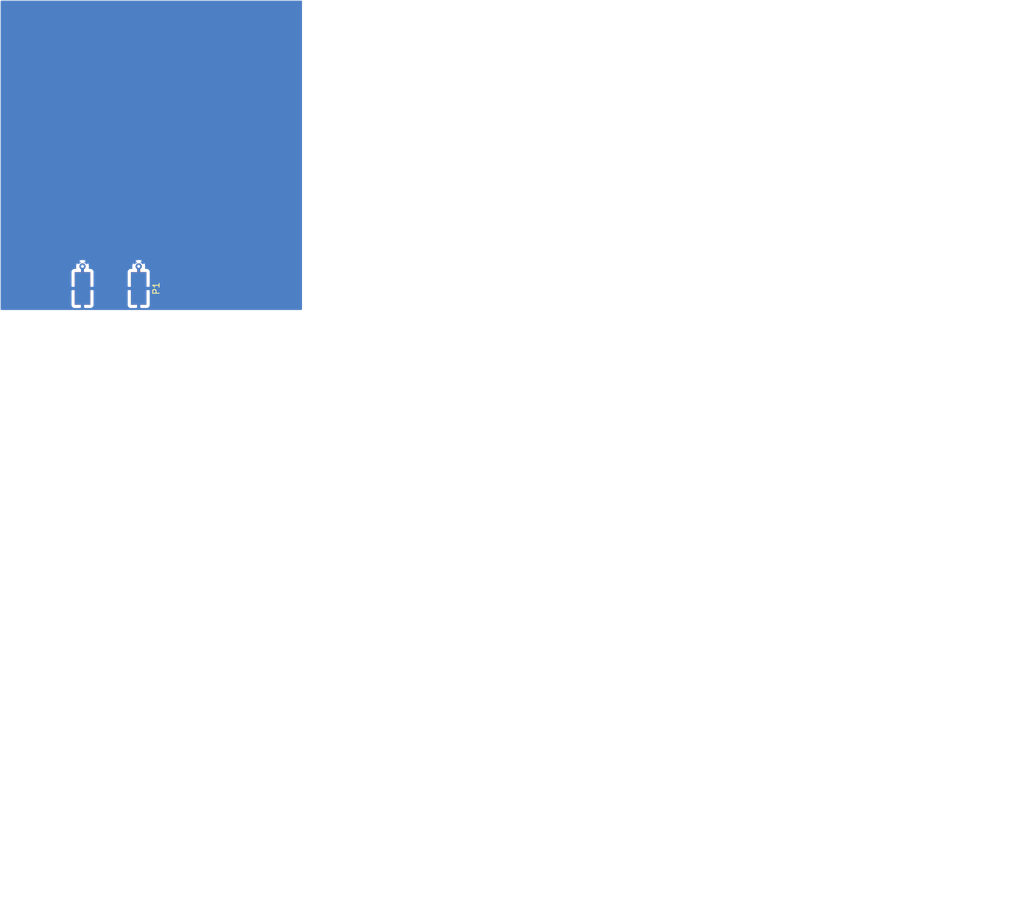
<source format=kicad_pcb>
(kicad_pcb (version 4) (host pcbnew 4.0.5)

  (general
    (links 9)
    (no_connects 4)
    (area 112.929999 52.604999 272.295714 194.39)
    (thickness 1.5748)
    (drawings 7)
    (tracks 0)
    (zones 0)
    (modules 1)
    (nets 3)
  )

  (page A4)
  (layers
    (0 F.Cu signal)
    (31 B.Cu signal)
    (32 B.Adhes user)
    (33 F.Adhes user)
    (34 B.Paste user)
    (35 F.Paste user)
    (36 B.SilkS user)
    (37 F.SilkS user)
    (38 B.Mask user)
    (39 F.Mask user)
    (40 Dwgs.User user)
    (41 Cmts.User user)
    (42 Eco1.User user hide)
    (43 Eco2.User user hide)
    (44 Edge.Cuts user)
    (45 Margin user)
    (46 B.CrtYd user)
    (47 F.CrtYd user)
    (48 B.Fab user)
    (49 F.Fab user)
  )

  (setup
    (last_trace_width 0.127)
    (trace_clearance 0.254)
    (zone_clearance 0.508)
    (zone_45_only yes)
    (trace_min 0.127)
    (segment_width 0.2)
    (edge_width 0.15)
    (via_size 0.3556)
    (via_drill 0.254)
    (via_min_size 0.254)
    (via_min_drill 0.254)
    (uvia_size 0.2032)
    (uvia_drill 0.1524)
    (uvias_allowed no)
    (uvia_min_size 0.2032)
    (uvia_min_drill 0.1524)
    (pcb_text_width 0.3)
    (pcb_text_size 1.5 1.5)
    (mod_edge_width 0.15)
    (mod_text_size 1 1)
    (mod_text_width 0.15)
    (pad_size 1.524 1.524)
    (pad_drill 0.762)
    (pad_to_mask_clearance 0.2)
    (aux_axis_origin 113.03 100.965)
    (grid_origin 125.73 94.615)
    (visible_elements 7FFFFFFF)
    (pcbplotparams
      (layerselection 0x030f0_80000001)
      (usegerberextensions false)
      (excludeedgelayer true)
      (linewidth 0.100000)
      (plotframeref false)
      (viasonmask false)
      (mode 1)
      (useauxorigin false)
      (hpglpennumber 1)
      (hpglpenspeed 20)
      (hpglpendiameter 15)
      (hpglpenoverlay 2)
      (psnegative false)
      (psa4output false)
      (plotreference true)
      (plotvalue true)
      (plotinvisibletext false)
      (padsonsilk false)
      (subtractmaskfromsilk false)
      (outputformat 1)
      (mirror false)
      (drillshape 0)
      (scaleselection 1)
      (outputdirectory ""))
  )

  (net 0 "")
  (net 1 /SIG)
  (net 2 GND)

  (net_class Default "This is the default net class."
    (clearance 0.254)
    (trace_width 0.127)
    (via_dia 0.3556)
    (via_drill 0.254)
    (uvia_dia 0.2032)
    (uvia_drill 0.1524)
    (add_net /SIG)
    (add_net GND)
  )

  (module Connectors_Molex:Molex_SMA_Jack_Edge_Mount (layer F.Cu) (tedit 587D2992) (tstamp 58A4CA49)
    (at 130.175 95.885 90)
    (descr "Molex SMA Jack, Edge Mount, http://www.molex.com/pdm_docs/sd/732511150_sd.pdf")
    (tags "sma edge")
    (path /58A4C75B)
    (attr smd)
    (fp_text reference P1 (at -1.72 7.11 90) (layer F.SilkS)
      (effects (font (size 1 1) (thickness 0.15)))
    )
    (fp_text value CONN_01X02 (at -1.72 -7.11 90) (layer F.Fab)
      (effects (font (size 1 1) (thickness 0.15)))
    )
    (fp_line (start -4.76 -0.38) (end 0.49 -0.38) (layer F.Fab) (width 0.1))
    (fp_line (start -4.76 0.38) (end 0.49 0.38) (layer F.Fab) (width 0.1))
    (fp_line (start 0.49 -0.38) (end 0.49 0.38) (layer F.Fab) (width 0.1))
    (fp_line (start 0.49 3.75) (end 0.49 4.76) (layer F.Fab) (width 0.1))
    (fp_line (start 0.49 -4.76) (end 0.49 -3.75) (layer F.Fab) (width 0.1))
    (fp_line (start -14.29 -6.09) (end -14.29 6.09) (layer F.CrtYd) (width 0.05))
    (fp_line (start -14.29 6.09) (end 2.71 6.09) (layer F.CrtYd) (width 0.05))
    (fp_line (start 2.71 -6.09) (end 2.71 6.09) (layer B.CrtYd) (width 0.05))
    (fp_line (start -14.29 -6.09) (end 2.71 -6.09) (layer B.CrtYd) (width 0.05))
    (fp_line (start -14.29 -6.09) (end -14.29 6.09) (layer B.CrtYd) (width 0.05))
    (fp_line (start -14.29 6.09) (end 2.71 6.09) (layer B.CrtYd) (width 0.05))
    (fp_line (start 2.71 -6.09) (end 2.71 6.09) (layer F.CrtYd) (width 0.05))
    (fp_line (start 2.71 -6.09) (end -14.29 -6.09) (layer F.CrtYd) (width 0.05))
    (fp_line (start -4.76 -3.75) (end 0.49 -3.75) (layer F.Fab) (width 0.1))
    (fp_line (start -4.76 3.75) (end 0.49 3.75) (layer F.Fab) (width 0.1))
    (fp_line (start -13.79 -2.65) (end -5.91 -2.65) (layer F.Fab) (width 0.1))
    (fp_line (start -13.79 -2.65) (end -13.79 2.65) (layer F.Fab) (width 0.1))
    (fp_line (start -13.79 2.65) (end -5.91 2.65) (layer F.Fab) (width 0.1))
    (fp_line (start -4.76 -3.75) (end -4.76 3.75) (layer F.Fab) (width 0.1))
    (fp_line (start 0.49 -4.76) (end -5.91 -4.76) (layer F.Fab) (width 0.1))
    (fp_line (start -5.91 -4.76) (end -5.91 4.76) (layer F.Fab) (width 0.1))
    (fp_line (start -5.91 4.76) (end 0.49 4.76) (layer F.Fab) (width 0.1))
    (pad 1 smd rect (at -1.72 0 90) (size 5.08 2.29) (layers F.Cu F.Paste F.Mask)
      (net 1 /SIG))
    (pad 2 smd rect (at -1.72 -4.38 90) (size 5.08 2.42) (layers F.Cu F.Paste F.Mask)
      (net 2 GND))
    (pad 2 smd rect (at -1.72 4.38 90) (size 5.08 2.42) (layers F.Cu F.Paste F.Mask)
      (net 2 GND))
    (pad 2 smd rect (at -1.72 -4.38 90) (size 5.08 2.42) (layers B.Cu B.Paste B.Mask)
      (net 2 GND))
    (pad 2 smd rect (at -1.72 4.38 90) (size 5.08 2.42) (layers B.Cu B.Paste B.Mask)
      (net 2 GND))
    (pad 2 thru_hole circle (at 1.72 -4.38 90) (size 0.97 0.97) (drill 0.46) (layers *.Cu)
      (net 2 GND))
    (pad 2 thru_hole circle (at 1.72 4.38 90) (size 0.97 0.97) (drill 0.46) (layers *.Cu)
      (net 2 GND))
    (pad 2 smd rect (at 1.27 -4.38 90) (size 0.89 0.46) (layers F.Cu)
      (net 2 GND))
    (pad 2 smd rect (at 1.27 4.38 90) (size 0.89 0.46) (layers F.Cu)
      (net 2 GND))
    (pad 2 smd rect (at 1.27 -4.38 90) (size 0.89 0.46) (layers B.Cu)
      (net 2 GND))
    (pad 2 smd rect (at 1.27 4.38 90) (size 0.89 0.46) (layers B.Cu)
      (net 2 GND))
  )

  (gr_line (start 160.02 100.965) (end 113.03 100.965) (angle 90) (layer Margin) (width 0.2))
  (gr_line (start 160.02 52.705) (end 160.02 100.965) (angle 90) (layer Margin) (width 0.2))
  (gr_line (start 113.03 52.705) (end 160.02 52.705) (angle 90) (layer Margin) (width 0.2))
  (gr_line (start 113.03 100.965) (end 113.03 52.705) (angle 90) (layer Margin) (width 0.2))
  (gr_text "February 15, 2017" (at 217.17 193.04) (layer Cmts.User)
    (effects (font (size 1.5 1.5) (thickness 0.3)))
  )
  (gr_text 0.1 (at 270.51 193.04) (layer Cmts.User)
    (effects (font (size 1.5 1.5) (thickness 0.3)))
  )
  (gr_text "Patch Test Board" (at 196.215 189.23) (layer Cmts.User)
    (effects (font (size 1.5 1.5) (thickness 0.3)))
  )

  (zone (net 2) (net_name GND) (layer B.Cu) (tstamp 58A4D3ED) (hatch full 0.508)
    (connect_pads (clearance 0.508))
    (min_thickness 0.254)
    (fill yes (arc_segments 16) (thermal_gap 0.508) (thermal_bridge_width 0.508))
    (polygon
      (pts
        (xy 113.03 52.705) (xy 160.02 52.705) (xy 160.02 100.965) (xy 113.03 100.965)
      )
    )
    (filled_polygon
      (pts
        (xy 159.893 100.838) (xy 113.157 100.838) (xy 113.157 97.89075) (xy 123.95 97.89075) (xy 123.95 100.271309)
        (xy 124.046673 100.504698) (xy 124.225301 100.683327) (xy 124.45869 100.78) (xy 125.50925 100.78) (xy 125.668 100.62125)
        (xy 125.668 97.732) (xy 125.922 97.732) (xy 125.922 100.62125) (xy 126.08075 100.78) (xy 127.13131 100.78)
        (xy 127.364699 100.683327) (xy 127.543327 100.504698) (xy 127.64 100.271309) (xy 127.64 97.89075) (xy 132.71 97.89075)
        (xy 132.71 100.271309) (xy 132.806673 100.504698) (xy 132.985301 100.683327) (xy 133.21869 100.78) (xy 134.26925 100.78)
        (xy 134.428 100.62125) (xy 134.428 97.732) (xy 134.682 97.732) (xy 134.682 100.62125) (xy 134.84075 100.78)
        (xy 135.89131 100.78) (xy 136.124699 100.683327) (xy 136.303327 100.504698) (xy 136.4 100.271309) (xy 136.4 97.89075)
        (xy 136.24125 97.732) (xy 134.682 97.732) (xy 134.428 97.732) (xy 132.86875 97.732) (xy 132.71 97.89075)
        (xy 127.64 97.89075) (xy 127.48125 97.732) (xy 125.922 97.732) (xy 125.668 97.732) (xy 124.10875 97.732)
        (xy 123.95 97.89075) (xy 113.157 97.89075) (xy 113.157 94.938691) (xy 123.95 94.938691) (xy 123.95 97.31925)
        (xy 124.10875 97.478) (xy 125.668 97.478) (xy 125.668 97.458) (xy 125.922 97.458) (xy 125.922 97.478)
        (xy 127.48125 97.478) (xy 127.64 97.31925) (xy 127.64 94.938691) (xy 132.71 94.938691) (xy 132.71 97.31925)
        (xy 132.86875 97.478) (xy 134.428 97.478) (xy 134.428 97.458) (xy 134.682 97.458) (xy 134.682 97.478)
        (xy 136.24125 97.478) (xy 136.4 97.31925) (xy 136.4 94.938691) (xy 136.303327 94.705302) (xy 136.124699 94.526673)
        (xy 135.89131 94.43) (xy 135.647129 94.43) (xy 135.688149 94.306436) (xy 135.656018 93.862032) (xy 135.547768 93.600692)
        (xy 135.3342 93.565405) (xy 135.206315 93.69329) (xy 135.144699 93.631673) (xy 134.977838 93.562557) (xy 135.154595 93.3858)
        (xy 135.119308 93.172232) (xy 134.696436 93.031851) (xy 134.252032 93.063982) (xy 133.990692 93.172232) (xy 133.955405 93.3858)
        (xy 134.132162 93.562557) (xy 133.965301 93.631673) (xy 133.903685 93.69329) (xy 133.7758 93.565405) (xy 133.562232 93.600692)
        (xy 133.421851 94.023564) (xy 133.451237 94.43) (xy 133.21869 94.43) (xy 132.985301 94.526673) (xy 132.806673 94.705302)
        (xy 132.71 94.938691) (xy 127.64 94.938691) (xy 127.543327 94.705302) (xy 127.364699 94.526673) (xy 127.13131 94.43)
        (xy 126.887129 94.43) (xy 126.928149 94.306436) (xy 126.896018 93.862032) (xy 126.787768 93.600692) (xy 126.5742 93.565405)
        (xy 126.446315 93.69329) (xy 126.384699 93.631673) (xy 126.217838 93.562557) (xy 126.394595 93.3858) (xy 126.359308 93.172232)
        (xy 125.936436 93.031851) (xy 125.492032 93.063982) (xy 125.230692 93.172232) (xy 125.195405 93.3858) (xy 125.372162 93.562557)
        (xy 125.205301 93.631673) (xy 125.143685 93.69329) (xy 125.0158 93.565405) (xy 124.802232 93.600692) (xy 124.661851 94.023564)
        (xy 124.691237 94.43) (xy 124.45869 94.43) (xy 124.225301 94.526673) (xy 124.046673 94.705302) (xy 123.95 94.938691)
        (xy 113.157 94.938691) (xy 113.157 52.832) (xy 159.893 52.832)
      )
    )
  )
  (zone (net 1) (net_name /SIG) (layer F.Cu) (tstamp 58A4CA7F) (hatch full 0.508)
    (priority 1)
    (connect_pads (clearance 0.254))
    (min_thickness 0.254)
    (fill yes (arc_segments 16) (thermal_gap 0.508) (thermal_bridge_width 0.508))
    (polygon
      (pts
        (xy 128.8542 90.17) (xy 117.475 90.17) (xy 117.475 57.15) (xy 155.575 57.15) (xy 155.575 90.17)
        (xy 131.4958 90.17) (xy 131.4958 99.7712) (xy 128.8542 99.7712)
      )
    )
    (filled_polygon
      (pts
        (xy 155.448 90.043) (xy 131.4958 90.043) (xy 131.44639 90.053006) (xy 131.404765 90.081447) (xy 131.377485 90.123841)
        (xy 131.3688 90.17) (xy 131.3688 94.43) (xy 130.46075 94.43) (xy 130.302 94.58875) (xy 130.302 97.478)
        (xy 130.322 97.478) (xy 130.322 97.732) (xy 130.302 97.732) (xy 130.302 97.752) (xy 130.048 97.752)
        (xy 130.048 97.732) (xy 130.028 97.732) (xy 130.028 97.478) (xy 130.048 97.478) (xy 130.048 94.58875)
        (xy 129.88925 94.43) (xy 128.9812 94.43) (xy 128.9812 90.17) (xy 128.971194 90.12059) (xy 128.942753 90.078965)
        (xy 128.900359 90.051685) (xy 128.8542 90.043) (xy 117.602 90.043) (xy 117.602 57.277) (xy 155.448 57.277)
      )
    )
  )
)

</source>
